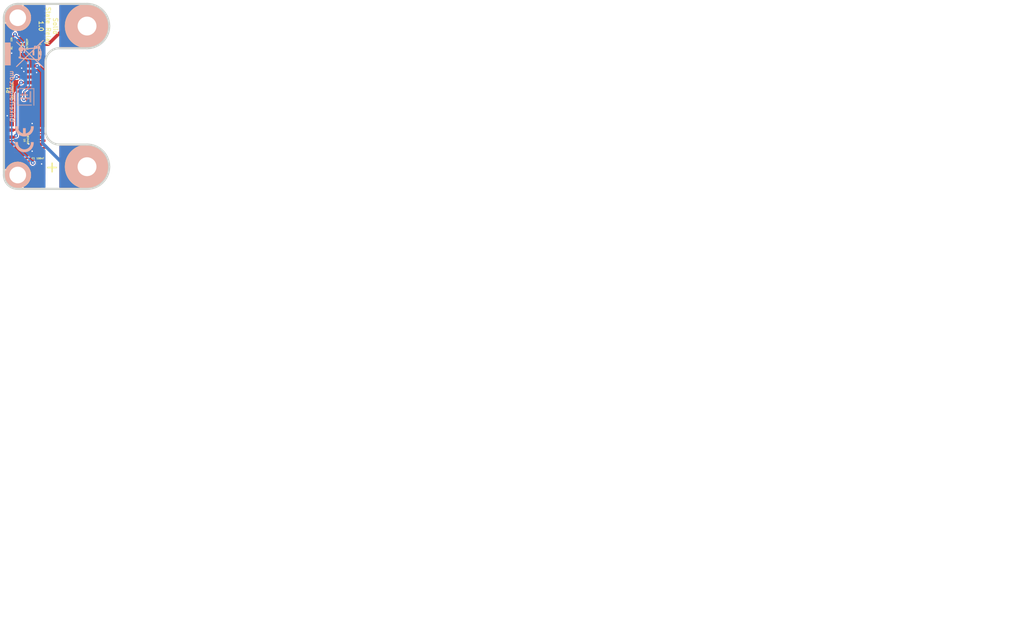
<source format=kicad_pcb>
(kicad_pcb (version 20221018) (generator pcbnew)
  (title_block (title "Solid State Relay Bricklet") (rev "1.0") (company "Tinkerforge GmbH") (comment 1 "Licensed under CERN OHL v.1.1") (comment 2 "Copyright (©) 2014, B.Nordmeyer <bastian@tinkerforge.com>"))
  (layers (0 "F.Cu" signal "Vorderseite") (31 "B.Cu" signal "Rückseite") (34 "B.Paste" user) (35 "F.Paste" user) (36 "B.SilkS" user "B.Silkscreen") (37 "F.SilkS" user "F.Silkscreen") (38 "B.Mask" user) (39 "F.Mask" user) (44 "Edge.Cuts" user))
  (net 0 "")
  (net 1 "+5V")
  (net 2 "GND")
  (net 3 "VCC")
  (net 4 "Net-(P1-Pad4)")
  (net 5 "Net-(P1-Pad5)")
  (net 6 "Net-(P1-Pad6)")
  (net 7 "Net-(P1-Pad7)")
  (net 8 "Net-(P1-Pad8)")
  (net 9 "Net-(P1-Pad9)")
  (net 10 "Net-(P1-Pad10)")
  (net 11 "Net-(P2-Pad1)")
  (net 12 "Net-(U1-Pad7)")
  (footprint "SOIC8" (layer "F.Cu") (at 102.1 74.2 90)
    (fp_text reference "U1" (at 0.075 0 90) (layer "F.SilkS") (effects (font (size 0.29972 0.29972) (thickness 0.0762))))
    (fp_text value "M24C64" (at 0.25 0.65 90) (layer "F.SilkS") (effects (font (size 0.29972 0.29972) (thickness 0.0762))))
    (pad "1" smd rect (at -1.90246 2.69748 270) (size 0.59944 1.5494) (layers "F.Cu" "F.Paste" "F.Mask") (net 2 "GND"))
    (pad "2" smd rect (at -0.63246 2.69748 270) (size 0.59944 1.5494) (layers "F.Cu" "F.Paste" "F.Mask") (net 2 "GND"))
    (pad "3" smd rect (at 0.63246 2.69748 270) (size 0.59944 1.5494) (layers "F.Cu" "F.Paste" "F.Mask") (net 6 "Net-(P1-Pad6)"))
    (pad "4" smd rect (at 1.90246 2.69748 270) (size 0.59944 1.5494) (layers "F.Cu" "F.Paste" "F.Mask") (net 2 "GND"))
    (pad "5" smd rect (at 1.90246 -2.69748 90) (size 0.59944 1.5494) (layers "F.Cu" "F.Paste" "F.Mask") (net 5 "Net-(P1-Pad5)"))
    (pad "6" smd rect (at 0.63246 -2.69748 90) (size 0.59944 1.5494) (layers "F.Cu" "F.Paste" "F.Mask") (net 4 "Net-(P1-Pad4)"))
    (pad "7" smd rect (at -0.63246 -2.69748 90) (size 0.59944 1.5494) (layers "F.Cu" "F.Paste" "F.Mask") (net 12 "Net-(U1-Pad7)"))
    (pad "8" smd rect (at -1.90246 -2.69748 90) (size 0.59944 1.5494) (layers "F.Cu" "F.Paste" "F.Mask") (net 3 "VCC"))
  )
  (footprint "DRILL_NP" (layer "F.Cu") (at 100.9 52)
    (fp_text reference "U2" hide)
    (fp_text value "DRILL" hide)
    (pad "" np_thru_hole circle (at 0 0) (size 2.99974 2.99974) (drill 2.99974) (layers "*.Cu" "*.Mask" "F.SilkS") (clearance 0.89916))
  )
  (footprint "DRILL_NP" (layer "F.Cu") (at 100.9 80.4)
    (fp_text reference "U3" hide)
    (fp_text value "DRILL" hide)
    (pad "" np_thru_hole circle (at 0 0) (size 2.99974 2.99974) (drill 2.99974) (layers "*.Cu" "*.Mask" "F.SilkS") (clearance 0.89916))
  )
  (footprint "0603" (layer "F.Cu") (at 104.4 77.4)
    (fp_text reference "C1" (at -0.7 0) (layer "F.SilkS") (effects (font (size 0.29972 0.29972) (thickness 0.0762))))
    (fp_text value "100nF" (at 0.575 0) (layer "F.SilkS") (effects (font (size 0.29972 0.29972) (thickness 0.0762))))
    (pad "1" smd rect (at -0.8001 0) (size 0.8001 0.8001) (layers "F.Cu" "F.Paste" "F.Mask") (net 3 "VCC"))
    (pad "2" smd rect (at 0.8001 0) (size 0.8001 0.8001) (layers "F.Cu" "F.Paste" "F.Mask") (net 2 "GND"))
  )
  (footprint "Drill_32" (layer "F.Cu") (at 113.4 53.5)
    (fp_text reference "P2" hide)
    (fp_text value "TST" hide)
    (pad "1" thru_hole circle (at 0 0) (size 8 8) (drill 3.4) (layers "*.Cu" "*.SilkS" "*.Mask") (net 11 "Net-(P2-Pad1)"))
  )
  (footprint "Drill_32" (layer "F.Cu") (at 113.4 78.9)
    (fp_text reference "P3" hide)
    (fp_text value "TST" hide)
    (pad "1" thru_hole circle (at 0 0) (size 8 8) (drill 3.4) (layers "*.Cu" "*.SilkS" "*.Mask") (net 1 "+5V"))
  )
  (footprint "CON-SENSOR" (layer "F.Cu") (at 98.4 65.2 -90)
    (fp_text reference "P1" (at -0.15 -0.8 270) (layer "F.SilkS") (effects (font (size 0.59944 0.59944) (thickness 0.12446))))
    (fp_text value "CON-SENSOR" (at 0 -1.6002 270) (layer "F.SilkS") (effects (font (size 0.29972 0.29972) (thickness 0.07112))))
    (pad "1" smd rect (at -4.50088 -4.7752 270) (size 0.59944 1.5494) (layers "F.Cu" "F.Paste" "F.Mask") (net 1 "+5V"))
    (pad "2" smd rect (at -3.50012 -4.7752 270) (size 0.59944 1.5494) (layers "F.Cu" "F.Paste" "F.Mask") (net 2 "GND"))
    (pad "3" smd rect (at -2.49936 -4.7752 270) (size 0.59944 1.5494) (layers "F.Cu" "F.Paste" "F.Mask") (net 3 "VCC"))
    (pad "4" smd rect (at -1.50114 -4.7752 270) (size 0.59944 1.5494) (layers "F.Cu" "F.Paste" "F.Mask") (net 4 "Net-(P1-Pad4)"))
    (pad "5" smd rect (at -0.50038 -4.7752 270) (size 0.59944 1.5494) (layers "F.Cu" "F.Paste" "F.Mask") (net 5 "Net-(P1-Pad5)"))
    (pad "6" smd rect (at 0.50038 -4.7752 270) (size 0.59944 1.5494) (layers "F.Cu" "F.Paste" "F.Mask") (net 6 "Net-(P1-Pad6)"))
    (pad "7" smd rect (at 1.50114 -4.7752 270) (size 0.59944 1.5494) (layers "F.Cu" "F.Paste" "F.Mask") (net 7 "Net-(P1-Pad7)"))
    (pad "8" smd rect (at 2.49936 -4.7752 270) (size 0.59944 1.5494) (layers "F.Cu" "F.Paste" "F.Mask") (net 8 "Net-(P1-Pad8)"))
    (pad "9" smd rect (at 3.50012 -4.7752 270) (size 0.59944 1.5494) (layers "F.Cu" "F.Paste" "F.Mask") (net 9 "Net-(P1-Pad9)"))
    (pad "10" smd rect (at 4.50088 -4.7752 270) (size 0.59944 1.5494) (layers "F.Cu" "F.Paste" "F.Mask") (net 10 "Net-(P1-Pad10)"))
    (pad "EP" smd rect (at -5.79882 -0.89916 270) (size 1.19888 1.80086) (layers "F.Cu" "F.Paste" "F.Mask") (net 2 "GND"))
    (pad "EP" smd rect (at 5.79882 -0.89916 270) (size 1.19888 1.80086) (layers "F.Cu" "F.Paste" "F.Mask") (net 2 "GND"))
  )
  (footprint "0603" (layer "F.Cu") (at 99.8 56.8 -90)
    (fp_text reference "R1" (at 0.65 0 270) (layer "F.SilkS") (effects (font (size 0.29972 0.29972) (thickness 0.0762))))
    (fp_text value "10k" (at -0.9 0.025 270) (layer "F.SilkS") (effects (font (size 0.29972 0.29972) (thickness 0.0762))))
    (pad "1" smd rect (at -0.8001 0 270) (size 0.8001 0.8001) (layers "F.Cu" "F.Paste" "F.Mask") (net 7 "Net-(P1-Pad7)"))
    (pad "2" smd rect (at 0.8001 0 270) (size 0.8001 0.8001) (layers "F.Cu" "F.Paste" "F.Mask") (net 2 "GND"))
  )
  (footprint "0603" (layer "F.Cu") (at 104.9 57.6 90)
    (fp_text reference "R2" (at -0.75 0.05 90) (layer "F.SilkS") (effects (font (size 0.29972 0.29972) (thickness 0.0762))))
    (fp_text value "1k" (at 0.875 0.05 90) (layer "F.SilkS") (effects (font (size 0.29972 0.29972) (thickness 0.0762))))
    (pad "1" smd rect (at -0.8001 0 90) (size 0.8001 0.8001) (layers "F.Cu" "F.Paste" "F.Mask") (net 1 "+5V"))
    (pad "2" smd rect (at 0.8001 0 90) (size 0.8001 0.8001) (layers "F.Cu" "F.Paste" "F.Mask") (net 11 "Net-(P2-Pad1)"))
  )
  (footprint "SOT23GDS" (layer "F.Cu") (at 102.6 56.8 90)
    (fp_text reference "Q1" (at 0 -0.825 90) (layer "F.SilkS") (effects (font (size 0.3 0.3) (thickness 0.075))))
    (fp_text value "2N7002P" (at 0 0 90) (layer "F.SilkS") (effects (font (size 0.3 0.3) (thickness 0.075))))
    (pad "D" smd rect (at 0 1.016 90) (size 0.9144 0.9144) (layers "F.Cu" "F.Paste" "F.Mask") (net 11 "Net-(P2-Pad1)"))
    (pad "G" smd rect (at 0.889 -1.016 90) (size 0.9144 0.9144) (layers "F.Cu" "F.Paste" "F.Mask") (net 7 "Net-(P1-Pad7)"))
    (pad "S" smd rect (at -0.889 -1.016 90) (size 0.9144 0.9144) (layers "F.Cu" "F.Paste" "F.Mask") (net 2 "GND"))
  )
  (footprint "kicad-libraries:Fiducial_Mark" (layer "F.Cu") (at 105.4 81.4)
    (fp_text reference "Fiducial_Mark" hide)
    (fp_text value "VAL**" hide)
    (pad "1" smd circle (at 0 0) (size 1.00076 1.00076) (layers "F.Cu" "F.Paste" "F.Mask") (clearance 0.65024))
  )
  (footprint "Logo_31x31m" (layer "B.Cu") (at 103.9 64.7 -90)
    (fp_text reference "G***" hide)
    (fp_text value "LOGO" hide)
  )
  (footprint "CE_5mm" (layer "B.Cu") (at 102.1 73.9 90)
    (fp_text reference "VAL" hide)
    (fp_text value "CE_5mm" hide)
  )
  (footprint "WEEE_7mm" (layer "B.Cu") (at 102.1 58.5 -90)
    (fp_text reference "VAL" hide)
    (fp_text value "WEEE_7mm" hide)
  )
  (gr_arc (start 105.9 60) (mid 106.632233 58.232233) (end 108.4 57.5) (stroke (width 0.381)) (layer "Edge.Cuts"))
  (gr_line (start 105.9 72.4) (end 105.9 60) (stroke (width 0.381)) (layer "Edge.Cuts"))
  (gr_line (start 98.4 80.4) (end 98.4 52) (stroke (width 0.381)) (layer "Edge.Cuts"))
  (gr_arc (start 113.4 74.9) (mid 116.228427 76.071573) (end 117.4 78.9) (stroke (width 0.381)) (layer "Edge.Cuts"))
  (gr_arc (start 100.9 82.9) (mid 99.132233 82.167767) (end 98.4 80.4) (stroke (width 0.381)) (layer "Edge.Cuts"))
  (gr_arc (start 117.4 53.5) (mid 116.228427 56.328427) (end 113.4 57.5) (stroke (width 0.381)) (layer "Edge.Cuts"))
  (gr_line (start 113.4 57.5) (end 108.4 57.5) (stroke (width 0.381)) (layer "Edge.Cuts"))
  (gr_line (start 113.4 82.9) (end 100.9 82.9) (stroke (width 0.381)) (layer "Edge.Cuts"))
  (gr_arc (start 113.4 49.5) (mid 116.228427 50.671573) (end 117.4 53.5) (stroke (width 0.381)) (layer "Edge.Cuts"))
  (gr_arc (start 108.4 74.9) (mid 106.632233 74.167767) (end 105.9 72.4) (stroke (width 0.381)) (layer "Edge.Cuts"))
  (gr_arc (start 117.4 78.9) (mid 116.228427 81.728427) (end 113.4 82.9) (stroke (width 0.381)) (layer "Edge.Cuts"))
  (gr_arc (start 98.4 52) (mid 99.132233 50.232233) (end 100.9 49.5) (stroke (width 0.381)) (layer "Edge.Cuts"))
  (gr_line (start 113.4 74.9) (end 108.4 74.9) (stroke (width 0.381)) (layer "Edge.Cuts"))
  (gr_line (start 113.4 49.5) (end 100.9 49.5) (stroke (width 0.381)) (layer "Edge.Cuts"))
  (gr_text "tinkerforge.com" (at 99.9 66.2 270) (layer "B.SilkS") (effects (font (size 0.8 0.8)) (justify mirror)))
  (gr_text "Solid\nState Relay\n1.0" (at 106.4 53.5 270) (layer "F.SilkS") (effects (font (size 0.8 0.8))))
  (gr_text "+" (at 107.1 78.9) (layer "F.SilkS") (effects (font (size 2 2) (thickness 0.3))))
  (segment (start 104.39912 60.69912) (end 104.4 60.7) (width 0.59944) (layer "F.Cu") (net 1))
  (segment (start 103.1752 59.7248) (end 104.4999 58.4001) (width 0.59944) (layer "F.Cu") (net 1))
  (segment (start 104.4999 58.4001) (end 104.9 58.4001) (width 0.59944) (layer "F.Cu") (net 1))
  (segment (start 103.1752 60.69912) (end 104.39912 60.69912) (width 0.59944) (layer "F.Cu") (net 1))
  (segment (start 113.4 78.9) (end 109.9 78.9) (width 0.59944) (layer "F.Cu") (net 1))
  (segment (start 103.1752 60.69912) (end 103.1752 59.7248) (width 0.59944) (layer "F.Cu") (net 1))
  (via (at 104.4 60.7) (size 0.70104) (drill 0.24892) (layers "F.Cu" "B.Cu") (net 1))
  (segment (start 104.4 60.7) (end 105.4 61.7) (width 0.59944) (layer "B.Cu") (net 1))
  (segment (start 105.4 61.7) (end 105.4 74.7) (width 0.59944) (layer "B.Cu") (net 1))
  (segment (start 105.4 74.7) (end 109.6 78.9) (width 0.59944) (layer "B.Cu") (net 1))
  (segment (start 109.6 78.9) (end 113.4 78.9) (width 0.59944) (layer "B.Cu") (net 1))
  (segment (start 103.50246 76.10246) (end 103.5 76.1) (width 0.29972) (layer "F.Cu") (net 2))
  (segment (start 105.2001 78.3999) (end 105.2 78.4) (width 0.29972) (layer "F.Cu") (net 2))
  (segment (start 99.8889 57.689) (end 99.8 57.6001) (width 0.59944) (layer "F.Cu") (net 2))
  (segment (start 104.09988 61.69988) (end 104.3 61.9) (width 0.59944) (layer "F.Cu") (net 2))
  (segment (start 102.00012 61.69988) (end 102 61.7) (width 0.59944) (layer "F.Cu") (net 2))
  (segment (start 102 61.5) (end 101.6 61.1) (width 0.59944) (layer "F.Cu") (net 2))
  (segment (start 99.90118 59.40118) (end 101.6 61.1) (width 0.29972) (layer "F.Cu") (net 2))
  (segment (start 99.29916 69.99916) (end 99 69.7) (width 0.29972) (layer "F.Cu") (net 2))
  (segment (start 104.79748 72.09748) (end 103.8 71.1) (width 0.29972) (layer "F.Cu") (net 2))
  (segment (start 103.8 71.1) (end 103.5 71.1) (width 0.29972) (layer "F.Cu") (net 2))
  (segment (start 102.93246 74.83246) (end 102.9 74.8) (width 0.29972) (layer "F.Cu") (net 2))
  (segment (start 99.29916 70.99882) (end 99.29916 69.99916) (width 0.29972) (layer "F.Cu") (net 2))
  (segment (start 103.1752 61.69988) (end 104.09988 61.69988) (width 0.59944) (layer "F.Cu") (net 2))
  (segment (start 105.2001 77.4) (end 105.2001 78.3999) (width 0.29972) (layer "F.Cu") (net 2))
  (segment (start 104.79748 74.83246) (end 102.93246 74.83246) (width 0.29972) (layer "F.Cu") (net 2))
  (segment (start 99.8 58.4) (end 99.8 57.6001) (width 0.59944) (layer "F.Cu") (net 2))
  (segment (start 101.584 57.689) (end 99.8889 57.689) (width 0.59944) (layer "F.Cu") (net 2))
  (segment (start 104.79748 72.29754) (end 104.79748 72.09748) (width 0.29972) (layer "F.Cu") (net 2))
  (segment (start 102 61.7) (end 102 61.5) (width 0.59944) (layer "F.Cu") (net 2))
  (segment (start 103.50246 76.10246) (end 104.79748 76.10246) (width 0.29972) (layer "F.Cu") (net 2))
  (segment (start 103.1752 61.69988) (end 102.00012 61.69988) (width 0.59944) (layer "F.Cu") (net 2))
  (segment (start 99.29916 59.40118) (end 99.90118 59.40118) (width 0.29972) (layer "F.Cu") (net 2))
  (via (at 102.9 74.8) (size 0.70104) (drill 0.24892) (layers "F.Cu" "B.Cu") (net 2))
  (via (at 101.6 61.1) (size 0.70104) (drill 0.24892) (layers "F.Cu" "B.Cu") (net 2))
  (via (at 103.5 76.1) (size 0.70104) (drill 0.24892) (layers "F.Cu" "B.Cu") (net 2))
  (via (at 105.2 78.4) (size 0.70104) (drill 0.24892) (layers "F.Cu" "B.Cu") (net 2))
  (via (at 104.3 61.9) (size 0.70104) (drill 0.24892) (layers "F.Cu" "B.Cu") (net 2))
  (via (at 99.8 58.4) (size 0.70104) (drill 0.24892) (layers "F.Cu" "B.Cu") (net 2))
  (via (at 102 61.7) (size 0.70104) (drill 0.24892) (layers "F.Cu" "B.Cu") (net 2))
  (via (at 99 69.7) (size 0.70104) (drill 0.24892) (layers "F.Cu" "B.Cu") (net 2))
  (via (at 103.5 71.1) (size 0.70104) (drill 0.24892) (layers "F.Cu" "B.Cu") (net 2))
  (segment (start 101.6 60.2) (end 99.8 58.4) (width 0.29972) (layer "B.Cu") (net 2))
  (segment (start 105.2 77.8) (end 103.5 76.1) (width 0.29972) (layer "B.Cu") (net 2))
  (segment (start 99 69.7) (end 99 66.1) (width 0.29972) (layer "B.Cu") (net 2))
  (segment (start 99 66.1) (end 99.1 66) (width 0.29972) (layer "B.Cu") (net 2))
  (segment (start 99.1 66) (end 99.1 62) (width 0.29972) (layer "B.Cu") (net 2))
  (segment (start 99.1 62) (end 100 61.1) (width 0.29972) (layer "B.Cu") (net 2))
  (segment (start 100 61.1) (end 101.6 61.1) (width 0.29972) (layer "B.Cu") (net 2))
  (segment (start 104.3 68.9) (end 103.5 69.7) (width 0.29972) (layer "B.Cu") (net 2))
  (segment (start 103.5 69.7) (end 103.5 72.3) (width 0.29972) (layer "B.Cu") (net 2))
  (segment (start 102.9 74.8) (end 103.4 74.8) (width 0.29972) (layer "B.Cu") (net 2))
  (segment (start 103.5 74.8) (end 103.5 76.1) (width 0.29972) (layer "B.Cu") (net 2))
  (segment (start 105.2 78.4) (end 105.2 77.8) (width 0.29972) (layer "B.Cu") (net 2))
  (segment (start 101.6 61.1) (end 101.6 60.2) (width 0.29972) (layer "B.Cu") (net 2))
  (segment (start 104.3 61.9) (end 104.3 68.9) (width 0.29972) (layer "B.Cu") (net 2))
  (segment (start 103.5 72.3) (end 103.5 74.8) (width 0.29972) (layer "B.Cu") (net 2))
  (segment (start 101.7 77.4) (end 100.40246 76.10246) (width 0.29972) (layer "F.Cu") (net 3))
  (segment (start 100.40246 76.10246) (end 99.40252 76.10246) (width 0.29972) (layer "F.Cu") (net 3))
  (segment (start 103.5999 78.1999) (end 103.6 78.2) (width 0.29972) (layer "F.Cu") (net 3))
  (segment (start 100.7 62.7) (end 100.70064 62.70064) (width 0.29972) (layer "F.Cu") (net 3))
  (segment (start 100.70064 62.70064) (end 103.1752 62.70064) (width 0.29972) (layer "F.Cu") (net 3))
  (segment (start 103.5999 77.4) (end 101.7 77.4) (width 0.29972) (layer "F.Cu") (net 3))
  (segment (start 103.5999 77.4) (end 103.5999 78.1999) (width 0.29972) (layer "F.Cu") (net 3))
  (via (at 100.7 62.7) (size 0.70104) (drill 0.24892) (layers "F.Cu" "B.Cu") (net 3))
  (via (at 103.6 78.2) (size 0.70104) (drill 0.24892) (layers "F.Cu" "B.Cu") (net 3))
  (segment (start 103.6 78.2) (end 99.8 74.4) (width 0.29972) (layer "B.Cu") (net 3))
  (segment (start 99.8 74.4) (end 99.8 63.6) (width 0.29972) (layer "B.Cu") (net 3))
  (segment (start 99.8 63.6) (end 100.7 62.7) (width 0.29972) (layer "B.Cu") (net 3))
  (segment (start 100.33246 73.56754) (end 100.6 73.3) (width 0.29972) (layer "F.Cu") (net 4))
  (segment (start 101.5 63.7) (end 101.50114 63.69886) (width 0.29972) (layer "F.Cu") (net 4))
  (segment (start 101.50114 63.69886) (end 103.1752 63.69886) (width 0.29972) (layer "F.Cu") (net 4))
  (segment (start 99.40252 73.56754) (end 100.33246 73.56754) (width 0.29972) (layer "F.Cu") (net 4))
  (via (at 100.6 73.3) (size 0.70104) (drill 0.24892) (layers "F.Cu" "B.Cu") (net 4))
  (via (at 101.5 63.7) (size 0.70104) (drill 0.24892) (layers "F.Cu" "B.Cu") (net 4))
  (segment (start 100.6 73.3) (end 100.7 73.2) (width 0.29972) (layer "B.Cu") (net 4))
  (segment (start 100.7 73.2) (end 100.7 64.5) (width 0.29972) (layer "B.Cu") (net 4))
  (segment (start 100.7 64.5) (end 101.5 63.7) (width 0.29972) (layer "B.Cu") (net 4))
  (segment (start 100.30246 72.29754) (end 100.6 72) (width 0.29972) (layer "F.Cu") (net 5))
  (segment (start 100.6 72) (end 100.6 65.7) (width 0.29972) (layer "F.Cu") (net 5))
  (segment (start 100.6 65.7) (end 101.60038 64.69962) (width 0.29972) (layer "F.Cu") (net 5))
  (segment (start 101.60038 64.69962) (end 103.1752 64.69962) (width 0.29972) (layer "F.Cu") (net 5))
  (segment (start 99.40252 72.29754) (end 100.30246 72.29754) (width 0.29972) (layer "F.Cu") (net 5))
  (segment (start 101.89962 65.70038) (end 101.2 66.4) (width 0.29972) (layer "F.Cu") (net 6))
  (segment (start 101.2 66.4) (end 101.2 72.7) (width 0.29972) (layer "F.Cu") (net 6))
  (segment (start 101.2 72.7) (end 102.06754 73.56754) (width 0.29972) (layer "F.Cu") (net 6))
  (segment (start 102.06754 73.56754) (end 104.79748 73.56754) (width 0.29972) (layer "F.Cu") (net 6))
  (segment (start 103.1752 65.59886) (end 103.80114 65.59886) (width 0.29972) (layer "F.Cu") (net 6))
  (segment (start 103.1752 65.70038) (end 101.89962 65.70038) (width 0.29972) (layer "F.Cu") (net 6))
  (segment (start 102.00114 66.70114) (end 102 66.7) (width 0.29972) (layer "F.Cu") (net 7))
  (segment (start 101.4951 55.9999) (end 101.584 55.911) (width 0.29972) (layer "F.Cu") (net 7))
  (segment (start 100.4 55) (end 99.8 55.6) (width 0.29972) (layer "F.Cu") (net 7))
  (segment (start 99.8 55.6) (end 99.8 55.9999) (width 0.29972) (layer "F.Cu") (net 7))
  (segment (start 103.1752 66.70114) (end 102.00114 66.70114) (width 0.29972) (layer "F.Cu") (net 7))
  (segment (start 99.8 55.9999) (end 101.4951 55.9999) (width 0.29972) (layer "F.Cu") (net 7))
  (via (at 100.4 55) (size 0.70104) (drill 0.24892) (layers "F.Cu" "B.Cu") (net 7))
  (via (at 102 66.7) (size 0.70104) (drill 0.24892) (layers "F.Cu" "B.Cu") (net 7))
  (segment (start 102 65.4) (end 103 64.4) (width 0.29972) (layer "B.Cu") (net 7))
  (segment (start 103 64.4) (end 103 59.9) (width 0.29972) (layer "B.Cu") (net 7))
  (segment (start 103 59.9) (end 101.8 58.7) (width 0.29972) (layer "B.Cu") (net 7))
  (segment (start 101.8 58.7) (end 101.8 56.4) (width 0.29972) (layer "B.Cu") (net 7))
  (segment (start 101.8 56.4) (end 100.4 55) (width 0.29972) (layer "B.Cu") (net 7))
  (segment (start 102 66.7) (end 102 65.4) (width 0.29972) (layer "B.Cu") (net 7))
  (segment (start 103.6001 56.8159) (end 103.616 56.8) (width 0.59944) (layer "F.Cu") (net 11))
  (segment (start 104.8999 56.8) (end 104.9 56.7999) (width 0.59944) (layer "F.Cu") (net 11))
  (segment (start 106.4001 56.7999) (end 109.7 53.5) (width 0.59944) (layer "F.Cu") (net 11))
  (segment (start 109.7 53.5) (end 113.4 53.5) (width 0.59944) (layer "F.Cu") (net 11))
  (segment (start 104.9 56.7999) (end 106.4001 56.7999) (width 0.59944) (layer "F.Cu") (net 11))
  (segment (start 103.616 56.8) (end 104.8999 56.8) (width 0.59944) (layer "F.Cu") (net 11))
  (zone (net 1) (net_name "+5V") (layer "F.Cu") (connect_pads yes (clearance 0)) (min_thickness 0.2) (fill yes (thermal_gap 0.2) (thermal_bridge_width 0.3))
    (polygon (pts (xy 108.4 74.9) (xy 108.4 82.9) (xy 117.6 82.9) (xy 117.6 74.9)))
  )
  (zone (net 11) (net_name "Net-(P2-Pad1)") (layer "F.Cu") (connect_pads yes (clearance 0)) (min_thickness 0.2) (fill yes (thermal_gap 0.2) (thermal_bridge_width 0.3))
    (polygon (pts (xy 117.6 49.5) (xy 108.4 49.5) (xy 108.4 57.5) (xy 117.6 57.5)))
  )
  (zone (net 2) (net_name "GND") (layer "F.Cu") (connect_pads no (clearance 0.2)) (min_thickness 0.2) (fill yes (thermal_gap 0.2) (thermal_bridge_width 0.3))
    (polygon (pts (xy 98.4 82.9) (xy 105.9 82.9) (xy 105.9 49.5) (xy 98.4 49.5)))
  )
  (zone (net 1) (net_name "+5V") (layer "B.Cu") (connect_pads yes (clearance 0)) (min_thickness 0.2) (fill yes (thermal_gap 0.2) (thermal_bridge_width 0.3))
    (polygon (pts (xy 117.6 74.9) (xy 108.4 74.9) (xy 108.4 82.9) (xy 117.6 82.9)))
  )
  (zone (net 11) (net_name "Net-(P2-Pad1)") (layer "B.Cu") (connect_pads yes (clearance 0)) (min_thickness 0.2) (fill yes (thermal_gap 0.2) (thermal_bridge_width 0.3))
    (polygon (pts (xy 108.4 57.5) (xy 117.6 57.5) (xy 117.6 49.5) (xy 108.4 49.5)))
  )
  (zone (net 2) (net_name "GND") (layer "B.Cu") (connect_pads no (clearance 0.2)) (min_thickness 0.2) (fill yes (thermal_gap 0.2) (thermal_bridge_width 0.3))
    (polygon (pts (xy 105.9 82.9) (xy 105.9 49.5) (xy 98.4 49.5) (xy 98.4 82.9)))
  )
)
</source>
